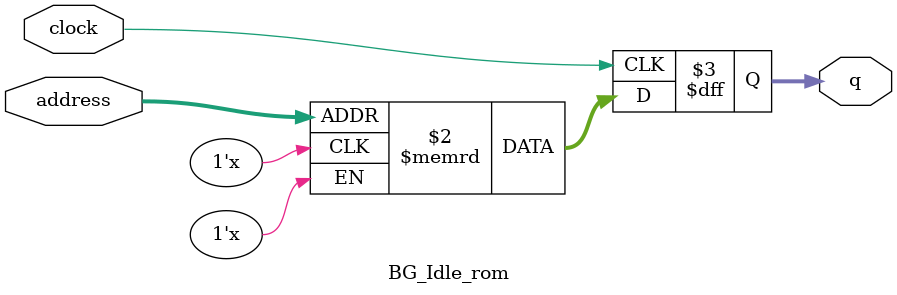
<source format=sv>
module BG_Idle_rom (
	input logic clock,
	input logic [18:0] address,
	output logic [3:0] q
);

logic [3:0] memory [0:307199] /* synthesis ram_init_file = "./BG_Idle/BG_Idle.mif" */;

always_ff @ (posedge clock) begin
	q <= memory[address];
end

endmodule

</source>
